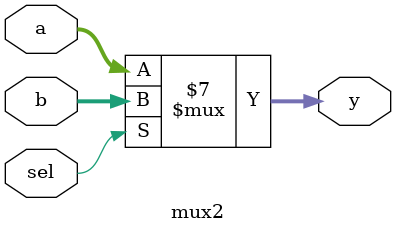
<source format=v>

module mux2( sel, a, b, y );
    parameter bitwidth=32;
    input sel;
    input  [bitwidth-1:0] a, b;
    output [bitwidth-1:0] y;
    
    reg [bitwidth-1:0] y;

    
    always@( sel, a,  b ) begin
      if (sel == 1)
        y <= b ;
      else if (sel == 0)
        y <= a ;
      else
        y <= a ;
    end
    /*
    always@( sel ) begin
      $display( "(mux2)-sel %d sel = %d, a = %d, b = %d, y = %d", $time/10-1, sel, a, b, y );  
    end
        
    always@( a ) begin
      $display( "(mux2)-a   %d sel = %d, a = %d, b = %d, y = %d", $time/10-1, sel, a, b, y );
    end
        
    always@( b ) begin
      $display( "(mux2)-b   %d sel = %d, a = %d, b = %d, y = %d", $time/10-1, sel, a, b, y );
    end
      
    always@( y ) begin
      $display( "(mux2)-y   %d sel = %d, a = %d, b = %d, y = %d", $time/10-1, sel, a, b, y );
    end
    */
endmodule

</source>
